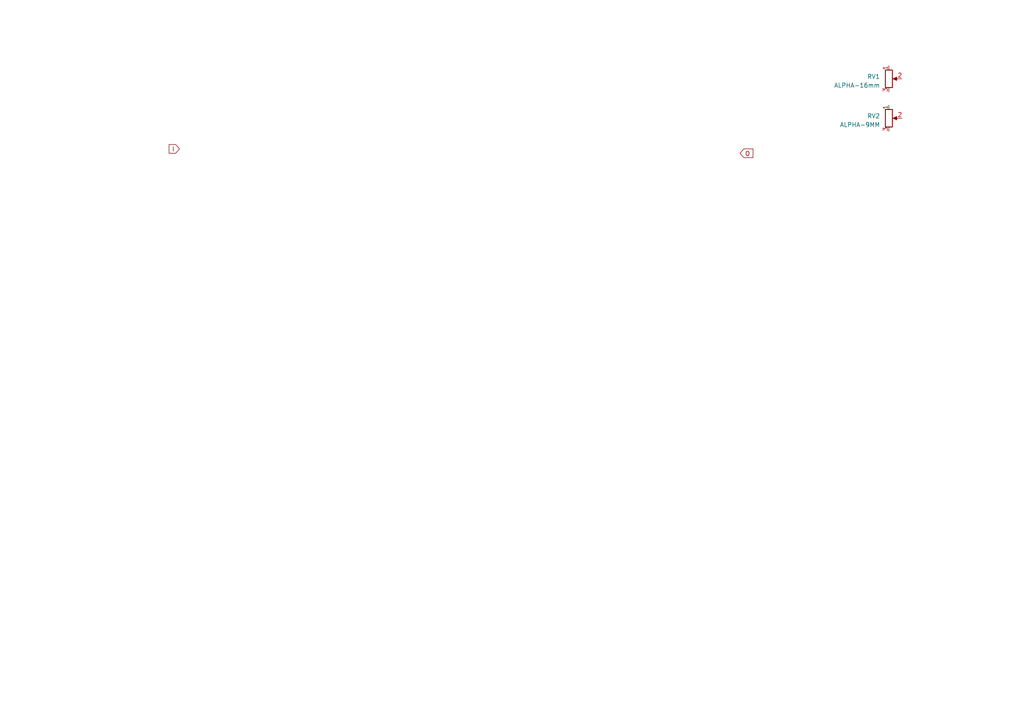
<source format=kicad_sch>
(kicad_sch (version 20230121) (generator eeschema)
  (paper "A4")
  (lib_symbols
    (symbol "Device:R_Potentiometer" (pin_names (offset 1.016) hide)
      (property "Reference" "RV" (at -4.445 0 90))
      (property "Value" "R_Potentiometer" (at -2.54 0 90))
      (symbol "R_Potentiometer_0_1"
        (polyline (pts (xy 2.54 0) (xy 1.524 0)))
        (polyline (pts (xy 1.143 0) (xy 2.286 0.508) (xy 2.286 -0.508) (xy 1.143 0)) (fill (type outline)))
        (rectangle (start 1.016 2.54) (end -1.016 -2.54) (stroke (width 0.254)))
      )
      (symbol "R_Potentiometer_1_1"
        (pin passive line (at 0 3.81 270) (length 1.27) (name "1") (number "1"))
        (pin passive line (at 3.81 0 180) (length 1.27) (name "2") (number "2"))
        (pin passive line (at 0 -3.81 90) (length 1.27) (name "3") (number "3"))
      )
    )
  )
  (global_label "O" (shape input) (at 214.63 44.45 0) (property "Intersheetrefs" "${INTERSHEET_REFS}" (effects hide)))
  (global_label "I" (shape input) (at 52.07 43.18 180) (property "Intersheetrefs" "${INTERSHEET_REFS}" (effects hide)))
  (symbol (lib_id "Device:R_Potentiometer") (at 257.81 34.29 0) (unit 1)
    (property "Reference" "RV2" (at 255.27 33.655 0) (effects (justify right)))
    (property "Value" "ALPHA-9MM" (at 255.27 36.195 0) (effects (justify right)))
    (property "Footprint" "Potentiometer_THT:Potentiometer_Alpha_RD901F-40-00D_Single_Vertical" (effects hide))
  )
  (symbol (lib_id "Device:R_Potentiometer") (at 257.81 22.86 0) (unit 1)
    (property "Reference" "RV1" (at 255.27 22.225 0) (effects (justify right)))
    (property "Value" "ALPHA-16mm" (at 255.27 24.765 0) (effects (justify right)))
    (property "Footprint" "Pedal-Components:Potentiometer_ALPHA_RV16106N" (effects hide))
  )
  (sheet (at 21.59 246.38) (size 59.69 39.37) (stroke (width 0.1524))
    (property "Sheetname" "Hardware" (at 21.59 245.6684 0) (effects (justify left bottom)))
    (property "Sheetfile" "untitled.kicad_sch" (at 21.59 286.3346 0) (effects (justify left top)))
  )
)
</source>
